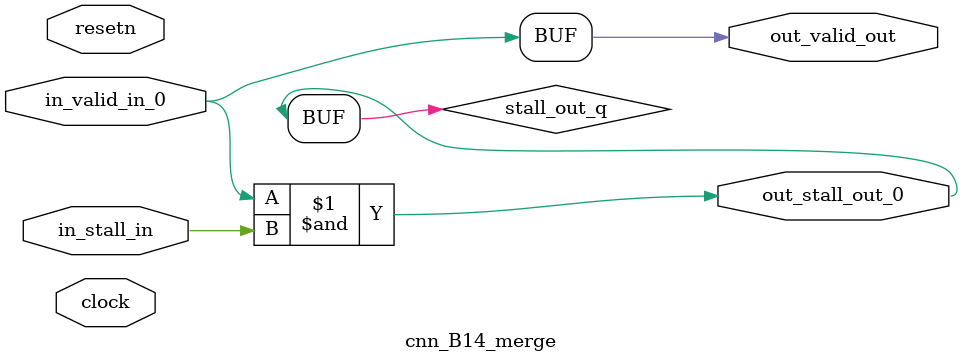
<source format=sv>



(* altera_attribute = "-name AUTO_SHIFT_REGISTER_RECOGNITION OFF; -name MESSAGE_DISABLE 10036; -name MESSAGE_DISABLE 10037; -name MESSAGE_DISABLE 14130; -name MESSAGE_DISABLE 14320; -name MESSAGE_DISABLE 15400; -name MESSAGE_DISABLE 14130; -name MESSAGE_DISABLE 10036; -name MESSAGE_DISABLE 12020; -name MESSAGE_DISABLE 12030; -name MESSAGE_DISABLE 12010; -name MESSAGE_DISABLE 12110; -name MESSAGE_DISABLE 14320; -name MESSAGE_DISABLE 13410; -name MESSAGE_DISABLE 113007; -name MESSAGE_DISABLE 10958" *)
module cnn_B14_merge (
    input wire [0:0] in_stall_in,
    input wire [0:0] in_valid_in_0,
    output wire [0:0] out_stall_out_0,
    output wire [0:0] out_valid_out,
    input wire clock,
    input wire resetn
    );

    wire [0:0] stall_out_q;
    reg [0:0] rst_sync_rst_sclrn;


    // stall_out(LOGICAL,6)
    assign stall_out_q = in_valid_in_0 & in_stall_in;

    // out_stall_out_0(GPOUT,4)
    assign out_stall_out_0 = stall_out_q;

    // out_valid_out(GPOUT,5)
    assign out_valid_out = in_valid_in_0;

    // rst_sync(RESETSYNC,7)
    acl_reset_handler #(
        .ASYNC_RESET(0),
        .USE_SYNCHRONIZER(1),
        .PULSE_EXTENSION(0),
        .PIPE_DEPTH(3),
        .DUPLICATE(1)
    ) therst_sync (
        .clk(clock),
        .i_resetn(resetn),
        .o_sclrn(rst_sync_rst_sclrn)
    );

endmodule

</source>
